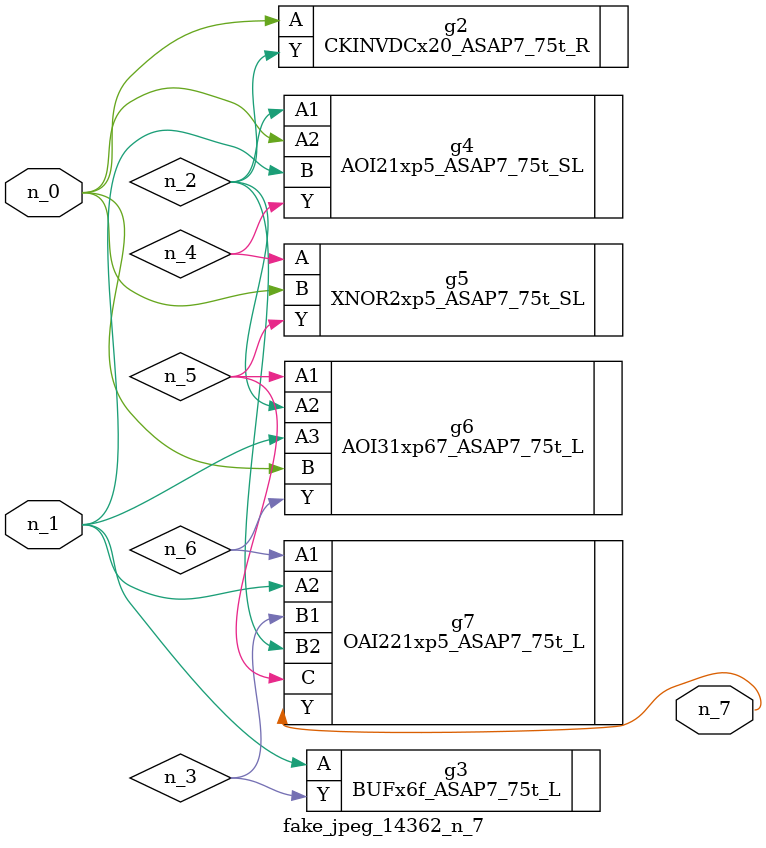
<source format=v>
module fake_jpeg_14362_n_7 (n_0, n_1, n_7);

input n_0;
input n_1;

output n_7;

wire n_2;
wire n_3;
wire n_4;
wire n_6;
wire n_5;

CKINVDCx20_ASAP7_75t_R g2 ( 
.A(n_0),
.Y(n_2)
);

BUFx6f_ASAP7_75t_L g3 ( 
.A(n_1),
.Y(n_3)
);

AOI21xp5_ASAP7_75t_SL g4 ( 
.A1(n_2),
.A2(n_0),
.B(n_1),
.Y(n_4)
);

XNOR2xp5_ASAP7_75t_SL g5 ( 
.A(n_4),
.B(n_0),
.Y(n_5)
);

AOI31xp67_ASAP7_75t_L g6 ( 
.A1(n_5),
.A2(n_2),
.A3(n_1),
.B(n_0),
.Y(n_6)
);

OAI221xp5_ASAP7_75t_L g7 ( 
.A1(n_6),
.A2(n_1),
.B1(n_3),
.B2(n_2),
.C(n_5),
.Y(n_7)
);


endmodule
</source>
